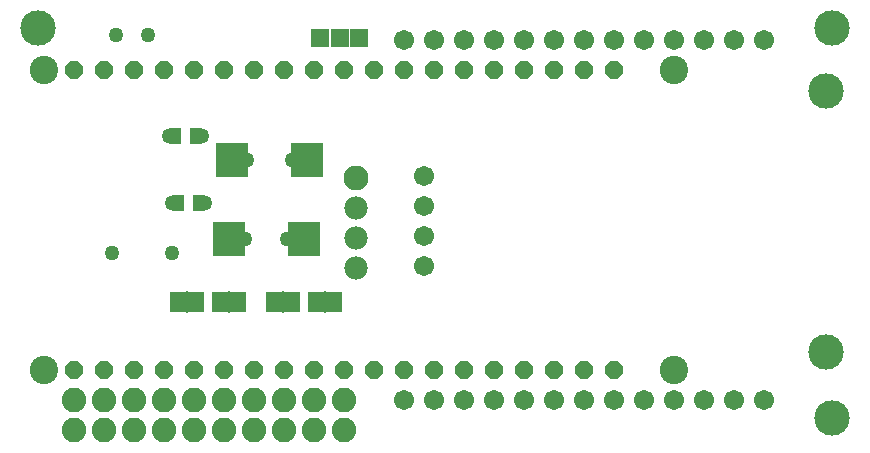
<source format=gbr>
G04 EAGLE Gerber RS-274X export*
G75*
%MOMM*%
%FSLAX34Y34*%
%LPD*%
%INSoldermask Top*%
%IPPOS*%
%AMOC8*
5,1,8,0,0,1.08239X$1,22.5*%
G01*
%ADD10C,2.403200*%
%ADD11C,3.003200*%
%ADD12P,1.635708X8X292.500000*%
%ADD13C,1.981200*%
%ADD14C,2.103200*%
%ADD15R,2.753200X2.903200*%
%ADD16R,1.003200X1.403200*%
%ADD17C,1.711200*%
%ADD18R,1.603200X1.603200*%
%ADD19R,1.371600X1.803400*%
%ADD20R,0.152400X1.828800*%
%ADD21C,2.082800*%
%ADD22C,1.259600*%


D10*
X34290Y321310D03*
X34290Y67310D03*
X567690Y67310D03*
X567690Y321310D03*
D11*
X695960Y82550D03*
X695960Y303530D03*
X29210Y356870D03*
X701040Y356870D03*
X701040Y26670D03*
D12*
X59690Y321310D03*
X85090Y321310D03*
X110490Y321310D03*
X135890Y321310D03*
X161290Y321310D03*
X186690Y321310D03*
X212090Y321310D03*
X237490Y321310D03*
X262890Y321310D03*
X288290Y321310D03*
X313690Y321310D03*
X339090Y321310D03*
X364490Y321310D03*
X389890Y321310D03*
X415290Y321310D03*
X440690Y321310D03*
X466090Y321310D03*
X491490Y321310D03*
X516890Y321310D03*
X516890Y67310D03*
X491490Y67310D03*
X466090Y67310D03*
X440690Y67310D03*
X415290Y67310D03*
X389890Y67310D03*
X364490Y67310D03*
X339090Y67310D03*
X313690Y67310D03*
X288290Y67310D03*
X262890Y67310D03*
X237490Y67310D03*
X212090Y67310D03*
X186690Y67310D03*
X161290Y67310D03*
X135890Y67310D03*
X110490Y67310D03*
X85090Y67310D03*
X59690Y67310D03*
D13*
X298450Y153670D03*
X298450Y179070D03*
X298450Y204470D03*
D14*
X298450Y229870D03*
D15*
X253950Y177800D03*
X190550Y177800D03*
D16*
X165210Y208280D03*
X147210Y208280D03*
D17*
X643890Y346710D03*
X618490Y346710D03*
X593090Y346710D03*
X567690Y346710D03*
X542290Y346710D03*
X516890Y346710D03*
X491490Y346710D03*
X466090Y346710D03*
X440690Y346710D03*
X415290Y346710D03*
X389890Y346710D03*
X364490Y346710D03*
X339090Y346710D03*
X339090Y41910D03*
X364490Y41910D03*
X389890Y41910D03*
X415290Y41910D03*
X440690Y41910D03*
X466090Y41910D03*
X491490Y41910D03*
X516890Y41910D03*
X542290Y41910D03*
X567690Y41910D03*
X593090Y41910D03*
X618490Y41910D03*
X643890Y41910D03*
D18*
X300990Y347980D03*
X284480Y347980D03*
X267970Y347980D03*
D15*
X193090Y245110D03*
X256490Y245110D03*
D16*
X162670Y265430D03*
X144670Y265430D03*
D17*
X355600Y231140D03*
X355600Y205740D03*
X355600Y180340D03*
X355600Y154940D03*
D19*
X147320Y124460D03*
X162560Y124460D03*
D20*
X154940Y124460D03*
D19*
X264160Y124460D03*
X279400Y124460D03*
D20*
X271780Y124460D03*
D19*
X228600Y124460D03*
X243840Y124460D03*
D20*
X236220Y124460D03*
D19*
X182880Y124460D03*
X198120Y124460D03*
D20*
X190500Y124460D03*
D21*
X59690Y16510D03*
X59690Y41910D03*
X85090Y16510D03*
X85090Y41910D03*
X110490Y16510D03*
X110490Y41910D03*
X135890Y16510D03*
X135890Y41910D03*
X161290Y16510D03*
X161290Y41910D03*
X186690Y16510D03*
X186690Y41910D03*
X212090Y16510D03*
X212090Y41910D03*
X237490Y16510D03*
X237490Y41910D03*
X262890Y16510D03*
X262890Y41910D03*
X288290Y16510D03*
X288290Y41910D03*
D22*
X142240Y208280D03*
X240030Y177800D03*
X139700Y265430D03*
X205740Y245110D03*
X121920Y350520D03*
X142240Y166370D03*
X170180Y208280D03*
X204470Y177800D03*
X167640Y265430D03*
X243840Y245110D03*
X95250Y350520D03*
X91440Y166370D03*
M02*

</source>
